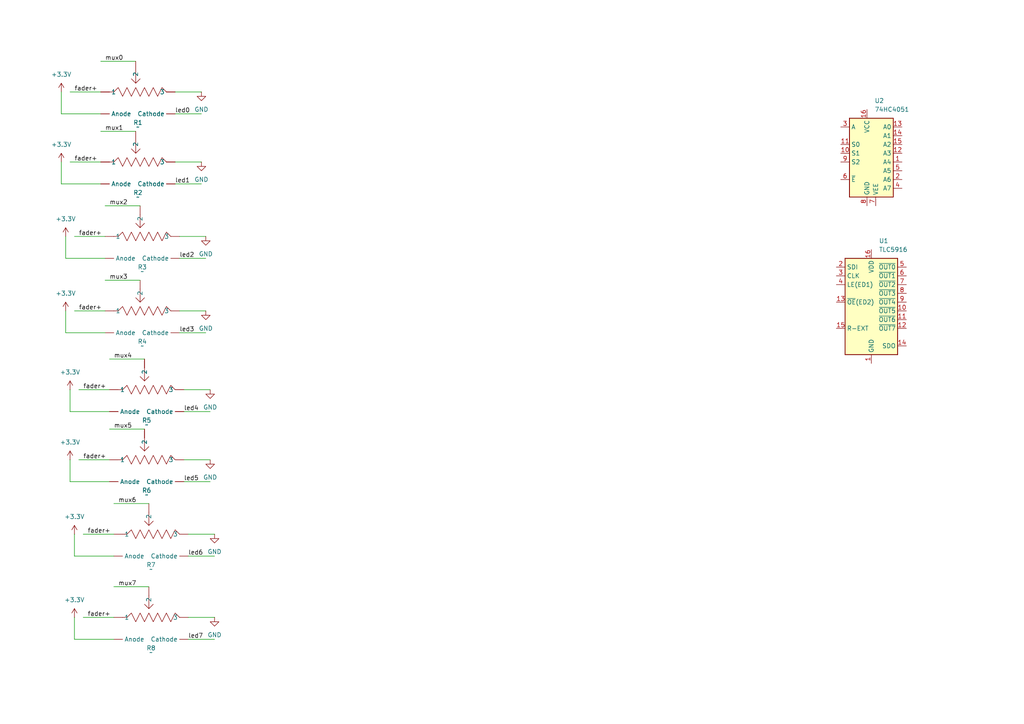
<source format=kicad_sch>
(kicad_sch (version 20231120) (generator "eeschema") (generator_version "8.0")
  (paper "A4")
  (lib_symbols
    (symbol "74xx:74HC4051"
      (property "Reference" "U" (at -5.08 11.43 0))
      (property "Value" "74HC4051" (at -7.62 -13.97 0))
      (symbol "74HC4051_0_1"
        (rectangle (start -5.08 10.16) (end 7.62 -12.7) (stroke (width 0.254)) (fill (type background)))
      )
      (symbol "74HC4051_1_1"
        (pin passive line (at 10.16 -2.54 180) (length 2.54) (name "A4") (number "1"))
        (pin input line (at -7.62 0 0) (length 2.54) (name "S1") (number "10"))
        (pin input line (at -7.62 2.54 0) (length 2.54) (name "S0") (number "11"))
        (pin passive line (at 10.16 0 180) (length 2.54) (name "A3") (number "12"))
        (pin passive line (at 10.16 7.62 180) (length 2.54) (name "A0") (number "13"))
        (pin passive line (at 10.16 5.08 180) (length 2.54) (name "A1") (number "14"))
        (pin passive line (at 10.16 2.54 180) (length 2.54) (name "A2") (number "15"))
        (pin power_in line (at 0 12.7 270) (length 2.54) (name "VCC") (number "16"))
        (pin passive line (at 10.16 -7.62 180) (length 2.54) (name "A6") (number "2"))
        (pin passive line (at -7.62 7.62 0) (length 2.54) (name "A") (number "3"))
        (pin passive line (at 10.16 -10.16 180) (length 2.54) (name "A7") (number "4"))
        (pin passive line (at 10.16 -5.08 180) (length 2.54) (name "A5") (number "5"))
        (pin input line (at -7.62 -7.62 0) (length 2.54) (name "~{E}") (number "6"))
        (pin power_in line (at 2.54 -15.24 90) (length 2.54) (name "VEE") (number "7"))
        (pin power_in line (at 0 -15.24 90) (length 2.54) (name "GND") (number "8"))
        (pin input line (at -7.62 -2.54 0) (length 2.54) (name "S2") (number "9"))
      )
    )
    (symbol "Driver_LED:TLC5916"
      (property "Reference" "U" (at -7.62 13.97 0))
      (property "Value" "TLC5916" (at -7.62 -16.51 0))
      (symbol "TLC5916_1_0"
        (pin power_in line (at 0 -17.78 90) (length 2.54) (name "GND") (number "1"))
        (pin open_collector line (at 10.16 -2.54 180) (length 2.54) (name "~{OUT5}") (number "10"))
        (pin open_collector line (at 10.16 -5.08 180) (length 2.54) (name "~{OUT6}") (number "11"))
        (pin open_collector line (at 10.16 -7.62 180) (length 2.54) (name "~{OUT7}") (number "12"))
        (pin passive line (at -10.16 0 0) (length 2.54) (name "~{OE}(ED2)") (number "13"))
        (pin output line (at 10.16 -12.7 180) (length 2.54) (name "SDO") (number "14"))
        (pin input line (at -10.16 -7.62 0) (length 2.54) (name "R-EXT") (number "15"))
        (pin power_in line (at 0 15.24 270) (length 2.54) (name "VDD") (number "16"))
        (pin input line (at -10.16 10.16 0) (length 2.54) (name "SDI") (number "2"))
        (pin input line (at -10.16 7.62 0) (length 2.54) (name "CLK") (number "3"))
        (pin passive line (at -10.16 5.08 0) (length 2.54) (name "LE(ED1)") (number "4"))
        (pin open_collector line (at 10.16 10.16 180) (length 2.54) (name "~{OUT0}") (number "5"))
        (pin open_collector line (at 10.16 7.62 180) (length 2.54) (name "~{OUT1}") (number "6"))
        (pin open_collector line (at 10.16 5.08 180) (length 2.54) (name "~{OUT2}") (number "7"))
        (pin open_collector line (at 10.16 2.54 180) (length 2.54) (name "~{OUT3}") (number "8"))
        (pin open_collector line (at 10.16 0 180) (length 2.54) (name "~{OUT4}") (number "9"))
      )
      (symbol "TLC5916_1_1"
        (rectangle (start -7.62 12.7) (end 7.62 -15.24) (stroke (width 0.254)) (fill (type background)))
      )
    )
    (symbol "hattwick:SC308"
      (property "Reference" "R" (at -12.7 4.572 0))
      (symbol "SC308_0_1"
        (polyline (pts (xy 0 2.54) (xy 1.27 3.81)))
        (polyline (pts (xy 0 6.35) (xy 0 2.54) (xy -1.27 3.81)))
        (polyline (pts (xy -7.62 0) (xy -6.35 0) (xy -5.08 1.27) (xy -3.81 -1.27) (xy -2.54 1.27) (xy -1.27 -1.27) (xy 0 1.27) (xy 1.27 -1.27) (xy 2.54 1.27) (xy 3.81 -1.27) (xy 5.08 1.27) (xy 6.35 -1.27) (xy 7.62 1.27) (xy 8.89 0)))
      )
      (symbol "SC308_1_1"
        (pin input line (at -10.16 0 0) (length 2.54) (name "1") (number ""))
        (pin input line (at 0 8.89 270) (length 2.54) (name "2") (number ""))
        (pin input line (at 11.43 0 180) (length 2.54) (name "3") (number ""))
        (pin input line (at -10.16 -6.35 0) (length 2.54) (name "Anode") (number ""))
        (pin input line (at 11.43 -6.35 180) (length 2.54) (name "Cathode") (number ""))
      )
    )
    (symbol "power:+3.3V" (power) (pin_numbers hide) (pin_names (offset 0) hide)
      (property "Value" "+3.3V" (at 0 3.556 0))
      (symbol "+3.3V_0_1"
        (polyline (pts (xy -0.762 1.27) (xy 0 2.54)))
        (polyline (pts (xy 0 0) (xy 0 2.54)))
        (polyline (pts (xy 0 2.54) (xy 0.762 1.27)))
      )
      (symbol "+3.3V_1_1"
        (pin power_in line (at 0 0 90) (length 0) (name "~") (number "1"))
      )
    )
    (symbol "power:GND" (power) (pin_numbers hide) (pin_names (offset 0) hide)
      (property "Value" "GND" (at 0 -3.81 0))
      (symbol "GND_0_1"
        (polyline (pts (xy 0 0) (xy 0 -1.27) (xy 1.27 -1.27) (xy 0 -2.54) (xy -1.27 -1.27) (xy 0 -1.27)))
      )
      (symbol "GND_1_1"
        (pin power_in line (at 0 0 270) (length 0) (name "~") (number "1"))
      )
    )
  )
  (wire (pts (xy 54.61 161.29) (xy 62.23 161.29)))
  (wire (pts (xy 52.07 68.58) (xy 59.69 68.58)))
  (wire (pts (xy 21.59 179.07) (xy 21.59 185.42)))
  (wire (pts (xy 30.48 81.28) (xy 40.64 81.28)))
  (wire (pts (xy 52.07 96.52) (xy 59.69 96.52)))
  (wire (pts (xy 17.78 26.67) (xy 17.78 33.02)))
  (wire (pts (xy 20.32 113.03) (xy 20.32 119.38)))
  (wire (pts (xy 19.05 68.58) (xy 19.05 74.93)))
  (wire (pts (xy 19.05 96.52) (xy 30.48 96.52)))
  (wire (pts (xy 17.78 53.34) (xy 29.21 53.34)))
  (wire (pts (xy 20.32 119.38) (xy 31.75 119.38)))
  (wire (pts (xy 54.61 154.94) (xy 62.23 154.94)))
  (wire (pts (xy 53.34 139.7) (xy 60.96 139.7)))
  (wire (pts (xy 29.21 17.78) (xy 39.37 17.78)))
  (wire (pts (xy 21.59 161.29) (xy 33.02 161.29)))
  (wire (pts (xy 33.02 146.05) (xy 43.18 146.05)))
  (wire (pts (xy 22.86 133.35) (xy 31.75 133.35)))
  (wire (pts (xy 30.48 59.69) (xy 40.64 59.69)))
  (wire (pts (xy 21.59 185.42) (xy 33.02 185.42)))
  (wire (pts (xy 31.75 124.46) (xy 41.91 124.46)))
  (wire (pts (xy 53.34 133.35) (xy 60.96 133.35)))
  (wire (pts (xy 24.13 154.94) (xy 33.02 154.94)))
  (wire (pts (xy 19.05 90.17) (xy 19.05 96.52)))
  (wire (pts (xy 31.75 104.14) (xy 41.91 104.14)))
  (wire (pts (xy 54.61 185.42) (xy 62.23 185.42)))
  (wire (pts (xy 20.32 46.99) (xy 29.21 46.99)))
  (wire (pts (xy 53.34 119.38) (xy 60.96 119.38)))
  (wire (pts (xy 17.78 46.99) (xy 17.78 53.34)))
  (wire (pts (xy 22.86 113.03) (xy 31.75 113.03)))
  (wire (pts (xy 50.8 26.67) (xy 58.42 26.67)))
  (wire (pts (xy 20.32 139.7) (xy 31.75 139.7)))
  (wire (pts (xy 52.07 90.17) (xy 59.69 90.17)))
  (wire (pts (xy 53.34 113.03) (xy 60.96 113.03)))
  (wire (pts (xy 20.32 26.67) (xy 29.21 26.67)))
  (wire (pts (xy 19.05 74.93) (xy 30.48 74.93)))
  (wire (pts (xy 21.59 154.94) (xy 21.59 161.29)))
  (wire (pts (xy 21.59 90.17) (xy 30.48 90.17)))
  (wire (pts (xy 17.78 33.02) (xy 29.21 33.02)))
  (wire (pts (xy 21.59 68.58) (xy 30.48 68.58)))
  (wire (pts (xy 50.8 53.34) (xy 58.42 53.34)))
  (wire (pts (xy 50.8 33.02) (xy 58.42 33.02)))
  (wire (pts (xy 54.61 179.07) (xy 62.23 179.07)))
  (wire (pts (xy 20.32 133.35) (xy 20.32 139.7)))
  (wire (pts (xy 29.21 38.1) (xy 39.37 38.1)))
  (wire (pts (xy 24.13 179.07) (xy 33.02 179.07)))
  (wire (pts (xy 33.02 170.18) (xy 43.18 170.18)))
  (wire (pts (xy 50.8 46.99) (xy 58.42 46.99)))
  (wire (pts (xy 52.07 74.93) (xy 59.69 74.93)))
  (label "fader+" (at 22.86 68.58 0))
  (label "led7" (at 54.61 185.42 0))
  (label "fader+" (at 24.13 113.03 0))
  (label "led6" (at 54.61 161.29 0))
  (label "mux4" (at 33.02 104.14 0))
  (label "mux2" (at 31.75 59.69 0))
  (label "mux1" (at 30.48 38.1 0))
  (label "fader+" (at 22.86 90.17 0))
  (label "led3" (at 52.07 96.52 0))
  (label "mux3" (at 31.75 81.28 0))
  (label "fader+" (at 21.59 46.99 0))
  (label "led0" (at 50.8 33.02 0))
  (label "mux0" (at 30.48 17.78 0))
  (label "led5" (at 53.34 139.7 0))
  (label "mux6" (at 34.29 146.05 0))
  (label "fader+" (at 25.4 179.07 0))
  (label "mux5" (at 33.02 124.46 0))
  (label "fader+" (at 21.59 26.67 0))
  (label "led4" (at 53.34 119.38 0))
  (label "led2" (at 52.07 74.93 0))
  (label "mux7" (at 34.29 170.18 0))
  (label "fader+" (at 24.13 133.35 0))
  (label "led1" (at 50.8 53.34 0))
  (label "fader+" (at 25.4 154.94 0))
  (symbol (lib_name "hattwick:SC308") (lib_id "hattwick:SC308") (at 43.18 179.07 0) (unit 1)
    (property "Reference" "R8" (at 43.815 187.96 0))
    (property "Value" "~" (at 43.815 189.23 0))
  )
  (symbol (lib_name "hattwick:SC308") (lib_id "hattwick:SC308") (at 40.64 68.58 0) (unit 1)
    (property "Reference" "R3" (at 41.275 77.47 0))
    (property "Value" "~" (at 41.275 78.74 0))
  )
  (symbol (lib_id "power:GND") (at 62.23 154.94 0) (unit 1)
    (property "Reference" "#PWR014" (effects (hide yes)))
    (property "Value" "GND" (at 62.23 160.02 0))
    (property "Description" "Power symbol creates a global label with name \"GND\" , ground" (effects (hide yes)))
  )
  (symbol (lib_id "power:+3.3V") (at 17.78 46.99 0) (unit 1)
    (property "Reference" "#PWR03" (effects (hide yes)))
    (property "Value" "+3.3V" (at 17.78 41.91 0))
    (property "Description" "Power symbol creates a global label with name \"+3.3V\"" (effects (hide yes)))
  )
  (symbol (lib_id "power:GND") (at 58.42 26.67 0) (unit 1)
    (property "Reference" "#PWR02" (effects (hide yes)))
    (property "Value" "GND" (at 58.42 31.75 0))
    (property "Description" "Power symbol creates a global label with name \"GND\" , ground" (effects (hide yes)))
  )
  (symbol (lib_id "power:+3.3V") (at 19.05 90.17 0) (unit 1)
    (property "Reference" "#PWR07" (effects (hide yes)))
    (property "Value" "+3.3V" (at 19.05 85.09 0))
    (property "Description" "Power symbol creates a global label with name \"+3.3V\"" (effects (hide yes)))
  )
  (symbol (lib_id "power:+3.3V") (at 17.78 26.67 0) (unit 1)
    (property "Reference" "#PWR01" (effects (hide yes)))
    (property "Value" "+3.3V" (at 17.78 21.59 0))
    (property "Description" "Power symbol creates a global label with name \"+3.3V\"" (effects (hide yes)))
  )
  (symbol (lib_id "power:GND") (at 58.42 46.99 0) (unit 1)
    (property "Reference" "#PWR04" (effects (hide yes)))
    (property "Value" "GND" (at 58.42 52.07 0))
    (property "Description" "Power symbol creates a global label with name \"GND\" , ground" (effects (hide yes)))
  )
  (symbol (lib_name "hattwick:SC308") (lib_id "hattwick:SC308") (at 40.64 90.17 0) (unit 1)
    (property "Reference" "R4" (at 41.275 99.06 0))
    (property "Value" "~" (at 41.275 100.33 0))
  )
  (symbol (lib_id "power:GND") (at 60.96 113.03 0) (unit 1)
    (property "Reference" "#PWR010" (effects (hide yes)))
    (property "Value" "GND" (at 60.96 118.11 0))
    (property "Description" "Power symbol creates a global label with name \"GND\" , ground" (effects (hide yes)))
  )
  (symbol (lib_name "hattwick:SC308") (lib_id "hattwick:SC308") (at 41.91 133.35 0) (unit 1)
    (property "Reference" "R6" (at 42.545 142.24 0))
    (property "Value" "~" (at 42.545 143.51 0))
  )
  (symbol (lib_name "hattwick:SC308") (lib_id "hattwick:SC308") (at 43.18 154.94 0) (unit 1)
    (property "Reference" "R7" (at 43.815 163.83 0))
    (property "Value" "~" (at 43.815 165.1 0))
  )
  (symbol (lib_id "power:+3.3V") (at 20.32 133.35 0) (unit 1)
    (property "Reference" "#PWR011" (effects (hide yes)))
    (property "Value" "+3.3V" (at 20.32 128.27 0))
    (property "Description" "Power symbol creates a global label with name \"+3.3V\"" (effects (hide yes)))
  )
  (symbol (lib_id "power:+3.3V") (at 19.05 68.58 0) (unit 1)
    (property "Reference" "#PWR05" (effects (hide yes)))
    (property "Value" "+3.3V" (at 19.05 63.5 0))
    (property "Description" "Power symbol creates a global label with name \"+3.3V\"" (effects (hide yes)))
  )
  (symbol (lib_id "power:GND") (at 59.69 90.17 0) (unit 1)
    (property "Reference" "#PWR08" (effects (hide yes)))
    (property "Value" "GND" (at 59.69 95.25 0))
    (property "Description" "Power symbol creates a global label with name \"GND\" , ground" (effects (hide yes)))
  )
  (symbol (lib_id "power:GND") (at 62.23 179.07 0) (unit 1)
    (property "Reference" "#PWR016" (effects (hide yes)))
    (property "Value" "GND" (at 62.23 184.15 0))
    (property "Description" "Power symbol creates a global label with name \"GND\" , ground" (effects (hide yes)))
  )
  (symbol (lib_id "power:+3.3V") (at 20.32 113.03 0) (unit 1)
    (property "Reference" "#PWR09" (effects (hide yes)))
    (property "Value" "+3.3V" (at 20.32 107.95 0))
    (property "Description" "Power symbol creates a global label with name \"+3.3V\"" (effects (hide yes)))
  )
  (symbol (lib_name "hattwick:SC308") (lib_id "hattwick:SC308") (at 41.91 113.03 0) (unit 1)
    (property "Reference" "R5" (at 42.545 121.92 0))
    (property "Value" "~" (at 42.545 123.19 0))
  )
  (symbol (lib_id "power:+3.3V") (at 21.59 179.07 0) (unit 1)
    (property "Reference" "#PWR015" (effects (hide yes)))
    (property "Value" "+3.3V" (at 21.59 173.99 0))
    (property "Description" "Power symbol creates a global label with name \"+3.3V\"" (effects (hide yes)))
  )
  (symbol (lib_id "power:+3.3V") (at 21.59 154.94 0) (unit 1)
    (property "Reference" "#PWR013" (effects (hide yes)))
    (property "Value" "+3.3V" (at 21.59 149.86 0))
    (property "Description" "Power symbol creates a global label with name \"+3.3V\"" (effects (hide yes)))
  )
  (symbol (lib_id "power:GND") (at 60.96 133.35 0) (unit 1)
    (property "Reference" "#PWR012" (effects (hide yes)))
    (property "Value" "GND" (at 60.96 138.43 0))
    (property "Description" "Power symbol creates a global label with name \"GND\" , ground" (effects (hide yes)))
  )
  (symbol (lib_id "power:GND") (at 59.69 68.58 0) (unit 1)
    (property "Reference" "#PWR06" (effects (hide yes)))
    (property "Value" "GND" (at 59.69 73.66 0))
    (property "Description" "Power symbol creates a global label with name \"GND\" , ground" (effects (hide yes)))
  )
  (symbol (lib_id "Driver_LED:TLC5916") (at 252.73 87.63 0) (unit 1)
    (property "Reference" "U1" (at 254.9241 69.85 0) (effects (justify left)))
    (property "Value" "TLC5916" (at 254.9241 72.39 0) (effects (justify left)))
    (property "Datasheet" "https://www.ti.com/lit/ds/symlink/tlc5916.pdf" (effects (hide yes)))
    (property "Description" "8-Channel Constant-Current LED Sink Driver" (effects (hide yes)))
  )
  (symbol (lib_name "hattwick:SC308") (lib_id "hattwick:SC308") (at 39.37 46.99 0) (unit 1)
    (property "Reference" "R2" (at 40.005 55.88 0))
    (property "Value" "~" (at 40.005 57.15 0))
  )
  (symbol (lib_id "74xx:74HC4051") (at 251.46 44.45 0) (unit 1)
    (property "Reference" "U2" (at 253.6541 29.21 0) (effects (justify left)))
    (property "Value" "74HC4051" (at 253.6541 31.75 0) (effects (justify left)))
    (property "Datasheet" "http://www.ti.com/lit/ds/symlink/cd74hc4051.pdf" (effects (hide yes)))
    (property "Description" "8-channel analog multiplexer/demultiplexer, DIP-16/SOIC-16/TSSOP-16" (effects (hide yes)))
  )
  (symbol (lib_id "hattwick:SC308") (at 39.37 26.67 0) (unit 1)
    (property "Reference" "R1" (at 40.005 35.56 0))
    (property "Value" "~" (at 40.005 36.83 0))
  )
)
</source>
